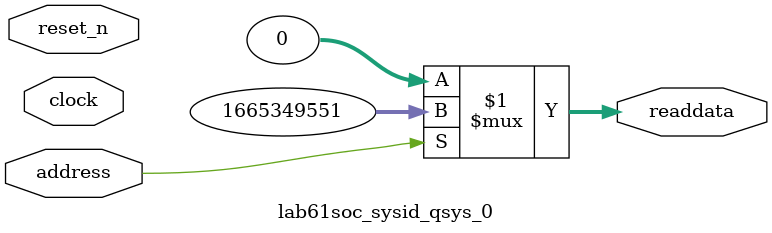
<source format=v>



// synthesis translate_off
`timescale 1ns / 1ps
// synthesis translate_on

// turn off superfluous verilog processor warnings 
// altera message_level Level1 
// altera message_off 10034 10035 10036 10037 10230 10240 10030 

module lab61soc_sysid_qsys_0 (
               // inputs:
                address,
                clock,
                reset_n,

               // outputs:
                readdata
             )
;

  output  [ 31: 0] readdata;
  input            address;
  input            clock;
  input            reset_n;

  wire    [ 31: 0] readdata;
  //control_slave, which is an e_avalon_slave
  assign readdata = address ? 1665349551 : 0;

endmodule



</source>
